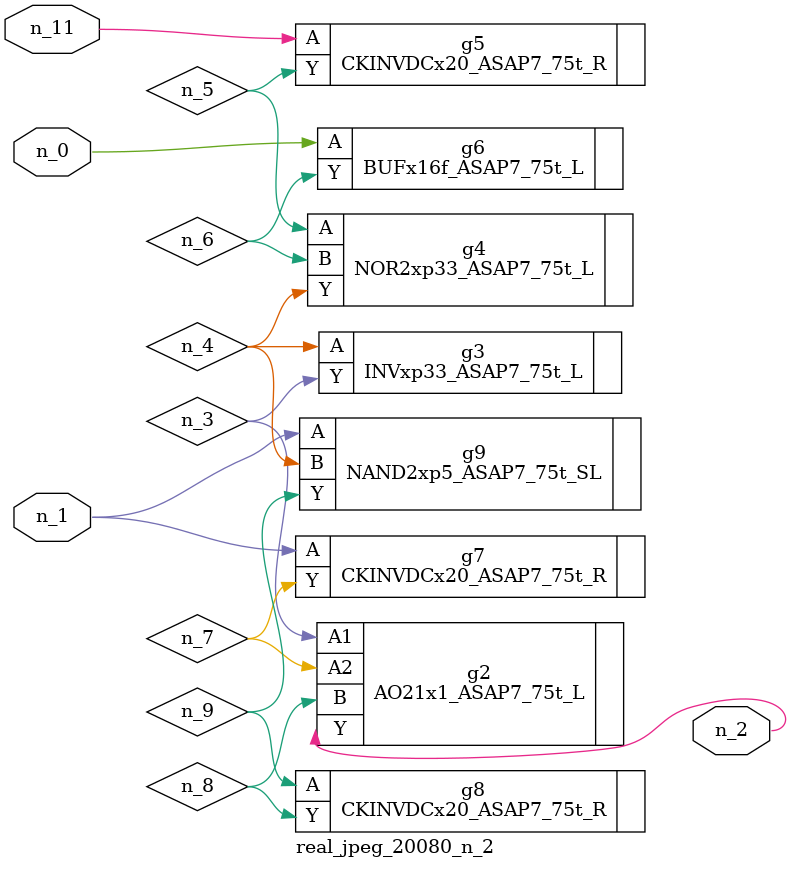
<source format=v>
module real_jpeg_20080_n_2 (n_1, n_11, n_0, n_2);

input n_1;
input n_11;
input n_0;

output n_2;

wire n_5;
wire n_4;
wire n_8;
wire n_6;
wire n_7;
wire n_3;
wire n_9;

BUFx16f_ASAP7_75t_L g6 ( 
.A(n_0),
.Y(n_6)
);

CKINVDCx20_ASAP7_75t_R g7 ( 
.A(n_1),
.Y(n_7)
);

NAND2xp5_ASAP7_75t_SL g9 ( 
.A(n_1),
.B(n_4),
.Y(n_9)
);

AO21x1_ASAP7_75t_L g2 ( 
.A1(n_3),
.A2(n_7),
.B(n_8),
.Y(n_2)
);

INVxp33_ASAP7_75t_L g3 ( 
.A(n_4),
.Y(n_3)
);

NOR2xp33_ASAP7_75t_L g4 ( 
.A(n_5),
.B(n_6),
.Y(n_4)
);

CKINVDCx20_ASAP7_75t_R g8 ( 
.A(n_9),
.Y(n_8)
);

CKINVDCx20_ASAP7_75t_R g5 ( 
.A(n_11),
.Y(n_5)
);


endmodule
</source>
